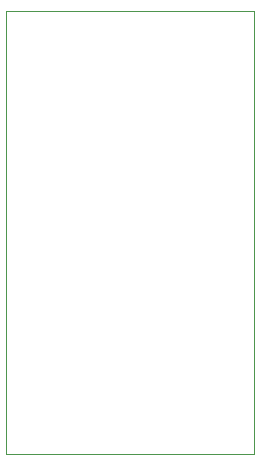
<source format=gbr>
%TF.GenerationSoftware,Altium Limited,Altium Designer,24.6.1 (21)*%
G04 Layer_Color=0*
%FSLAX26Y26*%
%MOIN*%
%TF.SameCoordinates,E3325630-42F2-41CE-953C-F4D0AC061200*%
%TF.FilePolarity,Positive*%
%TF.FileFunction,Profile,NP*%
%TF.Part,Single*%
G01*
G75*
%TA.AperFunction,Profile*%
%ADD121C,0.001000*%
D121*
X0Y0D02*
Y1476378D01*
X826772D01*
Y0D01*
X0D01*
%TF.MD5,c220e8eef6e8ddd07d48f3cdeb2429ee*%
M02*

</source>
